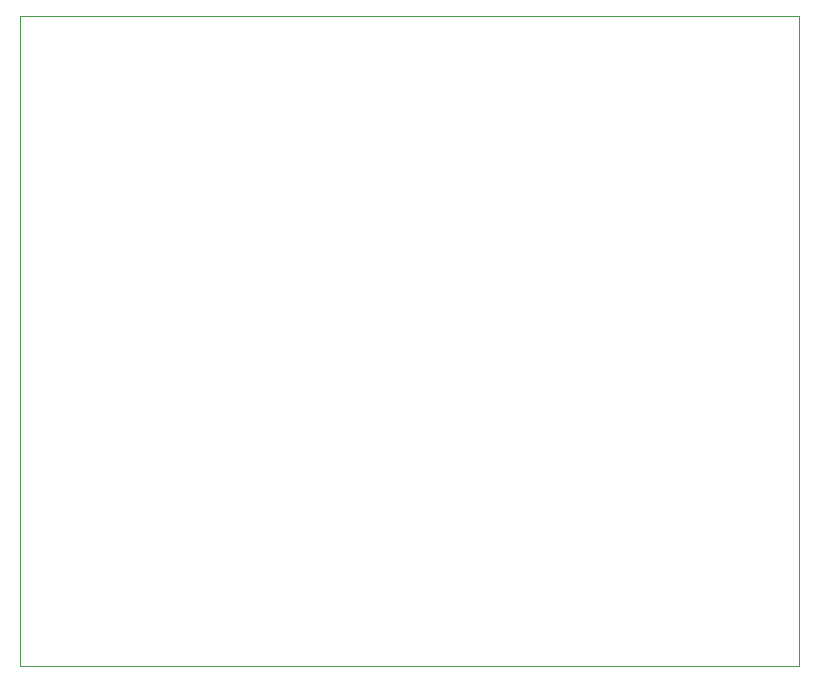
<source format=gbr>
G04 Layer_Color=0*
%FSLAX44Y44*%
%MOMM*%
%TF.FileFunction,Profile,NP*%
%TF.Part,Single*%
G01*
G75*
%TA.AperFunction,Profile*%
%ADD12C,0.0254*%
D12*
X508000Y762000D02*
X1168000D01*
Y1312000D01*
X508000D01*
Y762000D01*
%TF.MD5,163BCD99F01C2EF8E5D8E9220B32B6D0*%
M02*

</source>
